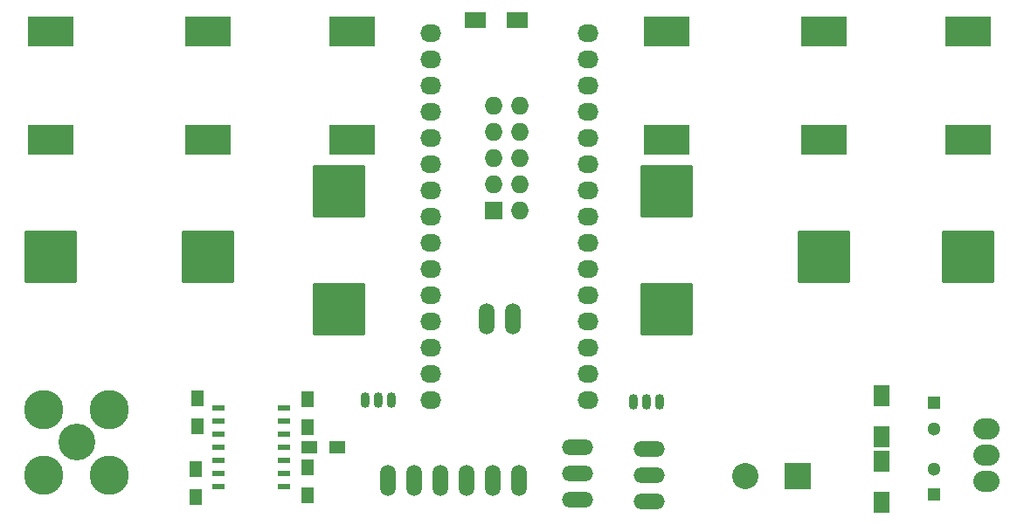
<source format=gts>
G04 #@! TF.FileFunction,Soldermask,Top*
%FSLAX46Y46*%
G04 Gerber Fmt 4.6, Leading zero omitted, Abs format (unit mm)*
G04 Created by KiCad (PCBNEW 4.0.4+e1-6308~48~ubuntu14.04.1-stable) date Sun Sep  4 20:51:27 2016*
%MOMM*%
%LPD*%
G01*
G04 APERTURE LIST*
%ADD10C,0.100000*%
%ADD11R,1.727200X1.727200*%
%ADD12O,1.727200X1.727200*%
%ADD13O,1.506220X3.014980*%
%ADD14R,2.540000X2.540000*%
%ADD15C,2.540000*%
%ADD16R,2.000000X1.600000*%
%ADD17R,1.300000X1.300000*%
%ADD18C,1.300000*%
%ADD19R,1.600000X2.000000*%
%ADD20R,4.500880X2.900680*%
%ADD21C,3.810000*%
%ADD22C,3.556000*%
%ADD23O,2.032000X1.727200*%
%ADD24R,1.300000X1.500000*%
%ADD25R,1.500000X1.300000*%
%ADD26R,1.143000X0.508000*%
%ADD27O,0.899160X1.501140*%
%ADD28O,2.540000X2.032000*%
%ADD29O,3.014980X1.506220*%
%ADD30C,0.254000*%
G04 APERTURE END LIST*
D10*
D11*
X121666000Y-84455000D03*
D12*
X124206000Y-84455000D03*
X121666000Y-81915000D03*
X124206000Y-81915000D03*
X121666000Y-79375000D03*
X124206000Y-79375000D03*
X121666000Y-76835000D03*
X124206000Y-76835000D03*
X121666000Y-74295000D03*
X124206000Y-74295000D03*
D13*
X124142500Y-110617000D03*
X121602500Y-110617000D03*
X119062500Y-110617000D03*
X116522500Y-110617000D03*
X113982500Y-110617000D03*
X111442500Y-110617000D03*
D14*
X151130000Y-110236000D03*
D15*
X146050000Y-110236000D03*
D16*
X119920000Y-66040000D03*
X123920000Y-66040000D03*
D17*
X164338000Y-103124000D03*
D18*
X164338000Y-105624000D03*
D19*
X159258000Y-102394000D03*
X159258000Y-106394000D03*
X159258000Y-112744000D03*
X159258000Y-108744000D03*
D17*
X164338000Y-112014000D03*
D18*
X164338000Y-109514000D03*
D20*
X167640000Y-77640180D03*
X167640000Y-67139820D03*
X93980000Y-77640180D03*
X93980000Y-67139820D03*
X153670000Y-77640180D03*
X153670000Y-67139820D03*
X78740000Y-77640180D03*
X78740000Y-67139820D03*
X138430000Y-77640180D03*
X138430000Y-67139820D03*
X107950000Y-77640180D03*
X107950000Y-67139820D03*
D13*
X121031000Y-94996000D03*
X123571000Y-94996000D03*
D21*
X78105000Y-110109000D03*
D22*
X81280000Y-106934000D03*
D21*
X84455000Y-110109000D03*
X78105000Y-103759000D03*
X84455000Y-103759000D03*
D23*
X130810000Y-102870000D03*
X130810000Y-100330000D03*
X130810000Y-97790000D03*
X130810000Y-95250000D03*
X130810000Y-92710000D03*
X130810000Y-90170000D03*
X130810000Y-87630000D03*
X130810000Y-85090000D03*
X130810000Y-82550000D03*
X130810000Y-80010000D03*
X130810000Y-77470000D03*
X130810000Y-74930000D03*
X130810000Y-72390000D03*
X130810000Y-69850000D03*
X130810000Y-67310000D03*
X115570000Y-102870000D03*
X115570000Y-100330000D03*
X115570000Y-97790000D03*
X115570000Y-95250000D03*
X115570000Y-92710000D03*
X115570000Y-90170000D03*
X115570000Y-87630000D03*
X115570000Y-85090000D03*
X115570000Y-82550000D03*
X115570000Y-80010000D03*
X115570000Y-77470000D03*
X115570000Y-74930000D03*
X115570000Y-72390000D03*
X115570000Y-69850000D03*
X115570000Y-67310000D03*
D24*
X92964000Y-105363000D03*
X92964000Y-102663000D03*
X92837000Y-109521000D03*
X92837000Y-112221000D03*
D25*
X106506000Y-107442000D03*
X103806000Y-107442000D03*
D24*
X103632000Y-112094000D03*
X103632000Y-109394000D03*
X103632000Y-102790000D03*
X103632000Y-105490000D03*
D26*
X94996000Y-103632000D03*
X94996000Y-104902000D03*
X94996000Y-106172000D03*
X94996000Y-107442000D03*
X94996000Y-108712000D03*
X94996000Y-109982000D03*
X94996000Y-111252000D03*
X101346000Y-111252000D03*
X101346000Y-109982000D03*
X101346000Y-107442000D03*
X101346000Y-106172000D03*
X101346000Y-104902000D03*
X101346000Y-103632000D03*
X101346000Y-108712000D03*
D27*
X110490000Y-102870000D03*
X109220000Y-102870000D03*
X111760000Y-102870000D03*
X136461500Y-102997000D03*
X135191500Y-102997000D03*
X137731500Y-102997000D03*
D28*
X169418000Y-108204000D03*
X169418000Y-110744000D03*
X169418000Y-105664000D03*
D29*
X129794000Y-107442000D03*
X129794000Y-109982000D03*
X129794000Y-112522000D03*
X136779000Y-107569000D03*
X136779000Y-110109000D03*
X136779000Y-112649000D03*
D30*
G36*
X81153000Y-91313000D02*
X76327000Y-91313000D01*
X76327000Y-86487000D01*
X81153000Y-86487000D01*
X81153000Y-91313000D01*
X81153000Y-91313000D01*
G37*
X81153000Y-91313000D02*
X76327000Y-91313000D01*
X76327000Y-86487000D01*
X81153000Y-86487000D01*
X81153000Y-91313000D01*
G36*
X96393000Y-91313000D02*
X91567000Y-91313000D01*
X91567000Y-86487000D01*
X96393000Y-86487000D01*
X96393000Y-91313000D01*
X96393000Y-91313000D01*
G37*
X96393000Y-91313000D02*
X91567000Y-91313000D01*
X91567000Y-86487000D01*
X96393000Y-86487000D01*
X96393000Y-91313000D01*
G36*
X109093000Y-84963000D02*
X104267000Y-84963000D01*
X104267000Y-80137000D01*
X109093000Y-80137000D01*
X109093000Y-84963000D01*
X109093000Y-84963000D01*
G37*
X109093000Y-84963000D02*
X104267000Y-84963000D01*
X104267000Y-80137000D01*
X109093000Y-80137000D01*
X109093000Y-84963000D01*
G36*
X109093000Y-96393000D02*
X104267000Y-96393000D01*
X104267000Y-91567000D01*
X109093000Y-91567000D01*
X109093000Y-96393000D01*
X109093000Y-96393000D01*
G37*
X109093000Y-96393000D02*
X104267000Y-96393000D01*
X104267000Y-91567000D01*
X109093000Y-91567000D01*
X109093000Y-96393000D01*
G36*
X140843000Y-84963000D02*
X136017000Y-84963000D01*
X136017000Y-80137000D01*
X140843000Y-80137000D01*
X140843000Y-84963000D01*
X140843000Y-84963000D01*
G37*
X140843000Y-84963000D02*
X136017000Y-84963000D01*
X136017000Y-80137000D01*
X140843000Y-80137000D01*
X140843000Y-84963000D01*
G36*
X140843000Y-96393000D02*
X136017000Y-96393000D01*
X136017000Y-91567000D01*
X140843000Y-91567000D01*
X140843000Y-96393000D01*
X140843000Y-96393000D01*
G37*
X140843000Y-96393000D02*
X136017000Y-96393000D01*
X136017000Y-91567000D01*
X140843000Y-91567000D01*
X140843000Y-96393000D01*
G36*
X156083000Y-91313000D02*
X151257000Y-91313000D01*
X151257000Y-86487000D01*
X156083000Y-86487000D01*
X156083000Y-91313000D01*
X156083000Y-91313000D01*
G37*
X156083000Y-91313000D02*
X151257000Y-91313000D01*
X151257000Y-86487000D01*
X156083000Y-86487000D01*
X156083000Y-91313000D01*
G36*
X170053000Y-91313000D02*
X165227000Y-91313000D01*
X165227000Y-86487000D01*
X170053000Y-86487000D01*
X170053000Y-91313000D01*
X170053000Y-91313000D01*
G37*
X170053000Y-91313000D02*
X165227000Y-91313000D01*
X165227000Y-86487000D01*
X170053000Y-86487000D01*
X170053000Y-91313000D01*
M02*

</source>
